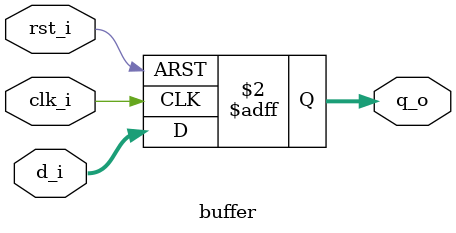
<source format=sv>
module buffer #(
  parameter int Width = 8
)(
  input  logic             clk_i,
  input  logic             rst_i,
  input  logic [Width-1:0] d_i,
  output logic [Width-1:0] q_o
);

  always_ff @(posedge clk_i, posedge rst_i) begin
    if (rst_i) begin
      q_o <= '0;
    end else begin
      q_o <= d_i;
    end
  end

endmodule : buffer

</source>
